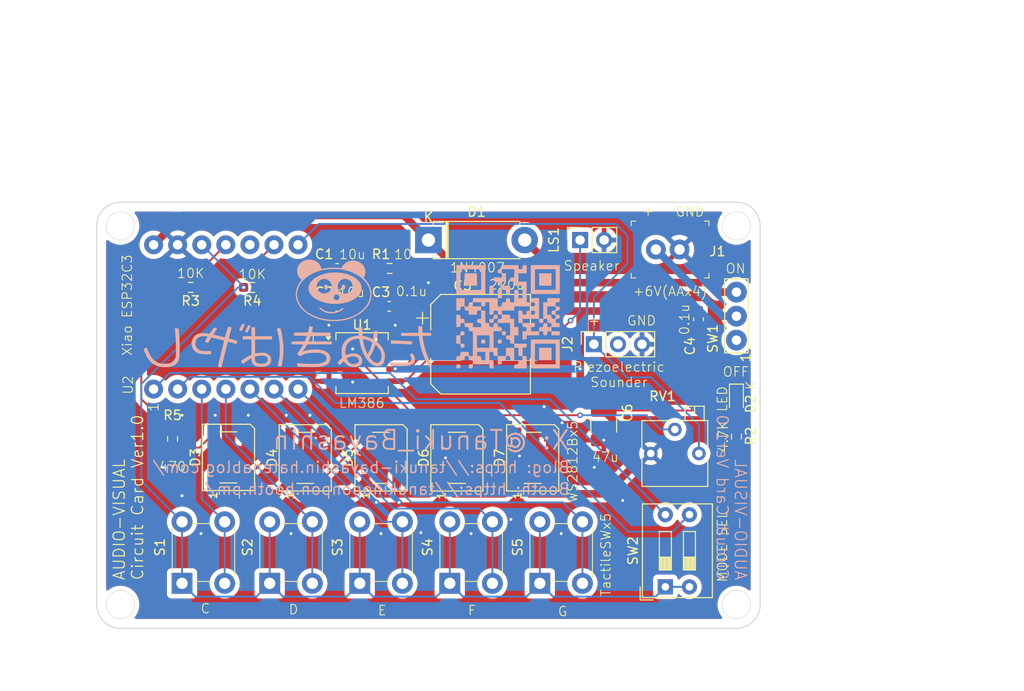
<source format=kicad_pcb>
(kicad_pcb (version 20240108) (generator "pcbnew") (generator_version "8.0")
  (layers (0 "F.Cu" signal) (31 "B.Cu" signal) (34 "B.Paste" user) (35 "F.Paste" user) (36 "B.SilkS" user "B.Silkscreen") (37 "F.SilkS" user "F.Silkscreen") (38 "B.Mask" user) (39 "F.Mask" user) (44 "Edge.Cuts" user))
  (net 0 "")
  (net 1 "Net-(C1-Pad2)")
  (net 2 "Net-(C1-Pad1)")
  (net 3 "Net-(U1-BYPASS)")
  (net 4 "GND")
  (net 5 "Net-(C3-Pad2)")
  (net 6 "Net-(C3-Pad1)")
  (net 7 "+5V")
  (net 8 "Net-(C5-Pad2)")
  (net 9 "Net-(D1-A)")
  (net 10 "Net-(D2-A)")
  (net 11 "Net-(D4-DOUT)")
  (net 12 "Net-(D5-DOUT)")
  (net 13 "Net-(D6-DOUT)")
  (net 14 "Net-(SW1-B)")
  (net 15 "output")
  (net 17 "Net-(U2-D10)")
  (net 18 "3V3")
  (net 19 "Net-(U2-D8)")
  (net 20 "Net-(U1--)")
  (net 21 "Net-(U2-D2)")
  (net 22 "Net-(U2-D3)")
  (net 23 "Net-(U2-D4)")
  (net 24 "Net-(U2-D5)")
  (net 25 "Net-(U2-D6)")
  (net 27 "Net-(U2-D0)")
  (net 28 "Net-(U2-D1)")
  (net 30 "Net-(D3-DIN)")
  (net 31 "Net-(D3-DOUT)")
  (footprint "Resistor_SMD:R_0603_1608Metric_Pad0.98x0.95mm_HandSolder" (layer "F.Cu") (at 106.4125 69 180)
    (property "Reference" "R4" (at 0 -1.43 0) (layer "F.SilkS"))
    (property "Value" "10K")
    (pad "1" smd roundrect (at -0.9125 0 180) (size 0.975 0.95) (layers "F.Cu" "F.Paste" "F.Mask") (net 19 "Net-(U2-D8)"))
    (pad "2" smd roundrect (at 0.9125 0 180) (size 0.975 0.95) (layers "F.Cu" "F.Paste" "F.Mask") (net 18 "3V3"))
  )
  (footprint "Capacitor_SMD:C_0603_1608Metric_Pad1.08x0.95mm_HandSolder" (layer "F.Cu") (at 153.5 72.3625 -90)
    (property "Reference" "C4" (at 2.8375 0.9 90) (layer "F.SilkS"))
    (property "Value" "0.1u")
    (pad "1" smd roundrect (at -0.8625 0 270) (size 1.075 0.95) (layers "F.Cu" "F.Paste" "F.Mask") (net 7 "+5V"))
    (pad "2" smd roundrect (at 0.8625 0 270) (size 1.075 0.95) (layers "F.Cu" "F.Paste" "F.Mask") (net 4 "GND"))
  )
  (footprint "Diode_THT:D_5W_P10.16mm_Horizontal" (layer "F.Cu") (at 125 64)
    (property "Reference" "D1" (at 5.08 -2.97 0) (layer "F.SilkS"))
    (property "Value" "1N4007")
    (fp_text user "K" (at 0 -2.4 0) (layer "F.SilkS"))
    (pad "1" thru_hole rect (at 0 0) (size 2.8 2.8) (drill 1.4) (layers "*.Cu" "*.Mask") (net 7 "+5V"))
    (pad "2" thru_hole oval (at 10.16 0) (size 2.8 2.8) (drill 1.4) (layers "*.Cu" "*.Mask") (net 9 "Net-(D1-A)"))
  )
  (footprint "Resistor_SMD:R_0603_1608Metric_Pad0.98x0.95mm_HandSolder" (layer "F.Cu") (at 98 85 -90)
    (property "Reference" "R5" (at -2.5 0 180) (layer "F.SilkS"))
    (property "Value" "470")
    (pad "1" smd roundrect (at -0.9125 0 270) (size 0.975 0.95) (layers "F.Cu" "F.Paste" "F.Mask") (net 17 "Net-(U2-D10)"))
    (pad "2" smd roundrect (at 0.9125 0 270) (size 0.975 0.95) (layers "F.Cu" "F.Paste" "F.Mask") (net 30 "Net-(D3-DIN)"))
  )
  (footprint "digikey-footprints:Switch_Tactile_THT_6x6mm" (layer "F.Cu") (at 108.25 100.25 90)
    (property "Reference" "S2" (at 3.81 -2.3368 90) (layer "F.SilkS"))
    (property "Value" "1825910-6")
    (pad "1" thru_hole rect (at 0 0 90) (size 2.2 2.2) (drill 1.2) (layers "*.Cu" "*.Mask") (net 18 "3V3"))
    (pad "2" thru_hole circle (at 6.5 0 90) (size 2.2 2.2) (drill 1.2) (layers "*.Cu" "*.Mask") (net 18 "3V3"))
    (pad "3" thru_hole circle (at 0 4.5 90) (size 2.2 2.2) (drill 1.2) (layers "*.Cu" "*.Mask") (net 22 "Net-(U2-D3)"))
    (pad "4" thru_hole circle (at 6.5 4.5 90) (size 2.2 2.2) (drill 1.2) (layers "*.Cu" "*.Mask") (net 22 "Net-(U2-D3)"))
  )
  (footprint "Capacitor_SMD:C_0603_1608Metric_Pad1.08x0.95mm_HandSolder" (layer "F.Cu") (at 115.3625 71)
    (property "Reference" "C2" (at -1.3625 -1.5 0) (layer "F.SilkS"))
    (property "Value" "10u")
    (pad "1" smd roundrect (at -0.8625 0) (size 1.075 0.95) (layers "F.Cu" "F.Paste" "F.Mask") (net 3 "Net-(U1-BYPASS)"))
    (pad "2" smd roundrect (at 0.8625 0) (size 1.075 0.95) (layers "F.Cu" "F.Paste" "F.Mask") (net 4 "GND"))
  )
  (footprint "LED_SMD:LED_0603_1608Metric_Pad1.05x0.95mm_HandSolder" (layer "F.Cu") (at 157.5 80.875 -90)
    (property "Reference" "D2" (at 0.425 -1.5 90) (layer "F.SilkS"))
    (property "Value" "LED")
    (pad "1" smd roundrect (at -0.875 0 270) (size 1.05 0.95) (layers "F.Cu" "F.Paste" "F.Mask") (net 4 "GND"))
    (pad "2" smd roundrect (at 0.875 0 270) (size 1.05 0.95) (layers "F.Cu" "F.Paste" "F.Mask") (net 10 "Net-(D2-A)"))
  )
  (footprint "Library:sw_slide" (layer "F.Cu") (at 157.51 74.57 90)
    (property "Reference" "SW1" (at 0.17 -2.51 90) (layer "F.SilkS"))
    (property "Value" "SW_SPDT")
    (fp_text user "1" (at -2.44 1.55 90) (layer "F.SilkS") (effects (justify left bottom)))
    (pad "1" thru_hole circle (at 0 -0.01 90) (size 2.2 2.2) (drill 1) (layers "*.Cu" "*.Mask"))
    (pad "2" thru_hole circle (at 2.53 -0.01 90) (size 2.2 2.2) (drill 1) (layers "*.Cu" "*.Mask") (net 14 "Net-(SW1-B)"))
    (pad "3" thru_hole circle (at 5.07 -0.01 90) (size 2.2 2.2) (drill 1) (layers "*.Cu" "*.Mask") (net 9 "Net-(D1-A)"))
  )
  (footprint "Capacitor_SMD:CP_Elec_10x10" (layer "F.Cu") (at 130.5 75)
    (property "Reference" "C5" (at -1.9 -6.2 0) (layer "F.SilkS"))
    (property "Value" "220u")
    (pad "1" smd roundrect (at -4 0) (size 4 2.5) (layers "F.Cu" "F.Paste" "F.Mask") (roundrect_rratio 0.1) (net 6 "Net-(C3-Pad1)"))
    (pad "2" smd roundrect (at 4 0) (size 4 2.5) (layers "F.Cu" "F.Paste" "F.Mask") (roundrect_rratio 0.1) (net 8 "Net-(C5-Pad2)"))
  )
  (footprint "LED_SMD:LED_WS2812B_PLCC4_5.0x5.0mm_P3.2mm" (layer "F.Cu") (at 103.9 86.95 90)
    (property "Reference" "D3" (at 0 -3.5 90) (layer "F.SilkS"))
    (property "Value" "WS2812B")
    (fp_text user "1" (at -4 -1.6 90) (layer "F.SilkS") (effects (font (size 0.8 0.8))))
    (pad "1" smd roundrect (at -2.45 -1.65 90) (size 1.5 0.9) (layers "F.Cu" "F.Paste" "F.Mask") (roundrect_rratio 0.1) (net 7 "+5V"))
    (pad "2" smd roundrect (at -2.45 1.65 90) (size 1.5 0.9) (layers "F.Cu" "F.Paste" "F.Mask") (roundrect_rratio 0.1) (net 31 "Net-(D3-DOUT)"))
    (pad "3" smd roundrect (at 2.45 1.65 90) (size 1.5 0.9) (layers "F.Cu" "F.Paste" "F.Mask") (roundrect_rratio 0.1) (net 4 "GND"))
    (pad "4" smd roundrect (at 2.45 -1.65 90) (size 1.5 0.9) (layers "F.Cu" "F.Paste" "F.Mask") (roundrect_rratio 0.1) (net 30 "Net-(D3-DIN)"))
  )
  (footprint "Potentiometer_THT:Potentiometer_Bourns_3266P_Horizontal" (layer "F.Cu") (at 153.54 86.54 -90)
    (property "Reference" "RV1" (at -6.04 3.84 180) (layer "F.SilkS"))
    (property "Value" "10K")
    (pad "1" thru_hole circle (at 0 0 270) (size 1.44 1.44) (drill 0.8) (layers "*.Cu" "*.Mask") (net 15 "output"))
    (pad "2" thru_hole circle (at -2.54 2.54 270) (size 1.44 1.44) (drill 0.8) (layers "*.Cu" "*.Mask") (net 20 "Net-(U1--)"))
    (pad "3" thru_hole circle (at 0 5.08 270) (size 1.44 1.44) (drill 0.8) (layers "*.Cu" "*.Mask") (net 4 "GND"))
  )
  (footprint "Capacitor_SMD:C_0603_1608Metric_Pad1.08x0.95mm_HandSolder" (layer "F.Cu") (at 120.8625 71 180)
    (property "Reference" "C3" (at 0.8625 1.5 0) (layer "F.SilkS"))
    (property "Value" "0.1u")
    (pad "1" smd roundrect (at -0.8625 0 180) (size 1.075 0.95) (layers "F.Cu" "F.Paste" "F.Mask") (net 6 "Net-(C3-Pad1)"))
    (pad "2" smd roundrect (at 0.8625 0 180) (size 1.075 0.95) (layers "F.Cu" "F.Paste" "F.Mask") (net 5 "Net-(C3-Pad2)"))
  )
  (footprint "digikey-footprints:Switch_Tactile_THT_6x6mm" (layer "F.Cu") (at 117.75 100.25 90)
    (property "Reference" "S3" (at 3.81 -2.3368 90) (layer "F.SilkS"))
    (property "Value" "1825910-6")
    (pad "1" thru_hole rect (at 0 0 90) (size 2.2 2.2) (drill 1.2) (layers "*.Cu" "*.Mask") (net 18 "3V3"))
    (pad "2" thru_hole circle (at 6.5 0 90) (size 2.2 2.2) (drill 1.2) (layers "*.Cu" "*.Mask") (net 18 "3V3"))
    (pad "3" thru_hole circle (at 0 4.5 90) (size 2.2 2.2) (drill 1.2) (layers "*.Cu" "*.Mask") (net 23 "Net-(U2-D4)"))
    (pad "4" thru_hole circle (at 6.5 4.5 90) (size 2.2 2.2) (drill 1.2) (layers "*.Cu" "*.Mask") (net 23 "Net-(U2-D4)"))
  )
  (footprint "Capacitor_SMD:C_1210_3225Metric_Pad1.33x2.70mm_HandSolder" (layer "F.Cu") (at 143.5 83.5625 -90)
    (property "Reference" "C6" (at -1.3125 -2.5 90) (layer "F.SilkS"))
    (property "Value" "47u")
    (pad "1" smd roundrect (at -1.5625 0 270) (size 1.325 2.7) (layers "F.Cu" "F.Paste" "F.Mask") (roundrect_rratio 0.188679) (net 7 "+5V"))
    (pad "2" smd roundrect (at 1.5625 0 270) (size 1.325 2.7) (layers "F.Cu" "F.Paste" "F.Mask") (roundrect_rratio 0.188679) (net 4 "GND"))
  )
  (footprint "digikey-footprints:Switch_Tactile_THT_6x6mm" (layer "F.Cu") (at 99 100.25 90)
    (property "Reference" "S1" (at 3.81 -2.3368 90) (layer "F.SilkS"))
    (property "Value" "1825910-6")
    (pad "1" thru_hole rect (at 0 0 90) (size 2.2 2.2) (drill 1.2) (layers "*.Cu" "*.Mask") (net 18 "3V3"))
    (pad "2" thru_hole circle (at 6.5 0 90) (size 2.2 2.2) (drill 1.2) (layers "*.Cu" "*.Mask") (net 18 "3V3"))
    (pad "3" thru_hole circle (at 0 4.5 90) (size 2.2 2.2) (drill 1.2) (layers "*.Cu" "*.Mask") (net 21 "Net-(U2-D2)"))
    (pad "4" thru_hole circle (at 6.5 4.5 90) (size 2.2 2.2) (drill 1.2) (layers "*.Cu" "*.Mask") (net 21 "Net-(U2-D2)"))
  )
  (footprint "LED_SMD:LED_WS2812B_PLCC4_5.0x5.0mm_P3.2mm" (layer "F.Cu") (at 128 87 90)
    (property "Reference" "D6" (at 0 -3.5 90) (layer "F.SilkS"))
    (property "Value" "WS2812B")
    (fp_text user "1" (at -4 -1.6 90) (layer "F.SilkS") (effects (font (size 0.8 0.8))))
    (pad "1" smd roundrect (at -2.45 -1.65 90) (size 1.5 0.9) (layers "F.Cu" "F.Paste" "F.Mask") (roundrect_rratio 0.1) (net 7 "+5V"))
    (pad "2" smd roundrect (at -2.45 1.65 90) (size 1.5 0.9) (layers "F.Cu" "F.Paste" "F.Mask") (roundrect_rratio 0.1) (net 13 "Net-(D6-DOUT)"))
    (pad "3" smd roundrect (at 2.45 1.65 90) (size 1.5 0.9) (layers "F.Cu" "F.Paste" "F.Mask") (roundrect_rratio 0.1) (net 4 "GND"))
    (pad "4" smd roundrect (at 2.45 -1.65 90) (size 1.5 0.9) (layers "F.Cu" "F.Paste" "F.Mask") (roundrect_rratio 0.1) (net 12 "Net-(D5-DOUT)"))
  )
  (footprint "Resistor_SMD:R_0603_1608Metric_Pad0.98x0.95mm_HandSolder" (layer "F.Cu") (at 120.9125 67 180)
    (property "Reference" "R1" (at 0.9125 1.5 0) (layer "F.SilkS"))
    (property "Value" "10")
    (pad "1" smd roundrect (at -0.9125 0 180) (size 0.975 0.95) (layers "F.Cu" "F.Paste" "F.Mask") (net 5 "Net-(C3-Pad2)"))
    (pad "2" smd roundrect (at 0.9125 0 180) (size 0.975 0.95) (layers "F.Cu" "F.Paste" "F.Mask") (net 4 "GND"))
  )
  (footprint "Capacitor_SMD:C_0603_1608Metric_Pad1.08x0.95mm_HandSolder" (layer "F.Cu") (at 115.3625 67)
    (property "Reference" "C1" (at -1.3625 -1.5 0) (layer "F.SilkS"))
    (property "Value" "10u")
    (pad "1" smd roundrect (at -0.8625 0) (size 1.075 0.95) (layers "F.Cu" "F.Paste" "F.Mask") (net 2 "Net-(C1-Pad1)"))
    (pad "2" smd roundrect (at 0.8625 0) (size 1.075 0.95) (layers "F.Cu" "F.Paste" "F.Mask") (net 1 "Net-(C1-Pad2)"))
  )
  (footprint "Connector_PinSocket_2.54mm:PinSocket_1x03_P2.54mm_Vertical" (layer "F.Cu") (at 142.46 75 90)
    (property "Reference" "J2" (at 0 -2.77 90) (layer "F.SilkS"))
    (property "Value" "Conn_01x03_Socket")
    (pad "1" thru_hole rect (at 0 0 90) (size 1.7 1.7) (drill 1) (layers "*.Cu" "*.Mask") (net 15 "output"))
    (pad "2" thru_hole oval (at 0 2.54 90) (size 1.7 1.7) (drill 1) (layers "*.Cu" "*.Mask"))
    (pad "3" thru_hole oval (at 0 5.08 90) (size 1.7 1.7) (drill 1) (layers "*.Cu" "*.Mask") (net 4 "GND"))
  )
  (footprint "digikey-footprints:PinHeader_1x2_P2.5mm_Drill1.1mm" (layer "F.Cu") (at 149 65)
    (property "Reference" "J1" (at 6.5 0.2 0) (layer "F.SilkS"))
    (property "Value" "B2B-XH-A_LF__SN_")
    (pad "1" thru_hole circle (at 0 0) (size 2.1 2.1) (drill 1.1) (layers "*.Cu" "*.Mask") (net 14 "Net-(SW1-B)"))
    (pad "2" thru_hole circle (at 2.5 0) (size 2.1 2.1) (drill 1.1) (layers "*.Cu" "*.Mask") (net 4 "GND"))
  )
  (footprint "LED_SMD:LED_WS2812B_PLCC4_5.0x5.0mm_P3.2mm" (layer "F.Cu") (at 120 87 90)
    (property "Reference" "D5" (at 0 -3.5 90) (layer "F.SilkS"))
    (property "Value" "WS2812B")
    (fp_text user "1" (at -4 -1.6 90) (layer "F.SilkS") (effects (font (size 0.8 0.8))))
    (pad "1" smd roundrect (at -2.45 -1.65 90) (size 1.5 0.9) (layers "F.Cu" "F.Paste" "F.Mask") (roundrect_rratio 0.1) (net 7 "+5V"))
    (pad "2" smd roundrect (at -2.45 1.65 90) (size 1.5 0.9) (layers "F.Cu" "F.Paste" "F.Mask") (roundrect_rratio 0.1) (net 12 "Net-(D5-DOUT)"))
    (pad "3" smd roundrect (at 2.45 1.65 90) (size 1.5 0.9) (layers "F.Cu" "F.Paste" "F.Mask") (roundrect_rratio 0.1) (net 4 "GND"))
    (pad "4" smd roundrect (at 2.45 -1.65 90) (size 1.5 0.9) (layers "F.Cu" "F.Paste" "F.Mask") (roundrect_rratio 0.1) (net 11 "Net-(D4-DOUT)"))
  )
  (footprint "digikey-footprints:Switch_Tactile_THT_6x6mm" (layer "F.Cu") (at 127.25 100.25 90)
    (property "Reference" "S4" (at 3.81 -2.3368 90) (layer "F.SilkS"))
    (property "Value" "1825910-6")
    (pad "1" thru_hole rect (at 0 0 90) (size 2.2 2.2) (drill 1.2) (layers "*.Cu" "*.Mask") (net 18 "3V3"))
    (pad "2" thru_hole circle (at 6.5 0 90) (size 2.2 2.2) (drill 1.2) (layers "*.Cu" "*.Mask") (net 18 "3V3"))
    (pad "3" thru_hole circle (at 0 4.5 90) (size 2.2 2.2) (drill 1.2) (layers "*.Cu" "*.Mask") (net 24 "Net-(U2-D5)"))
    (pad "4" thru_hole circle (at 6.5 4.5 90) (size 2.2 2.2) (drill 1.2) (layers "*.Cu" "*.Mask") (net 24 "Net-(U2-D5)"))
  )
  (footprint "Resistor_SMD:R_0603_1608Metric_Pad0.98x0.95mm_HandSolder" (layer "F.Cu") (at 99.9125 69 180)
    (property "Reference" "R3" (at 0 -1.43 0) (layer "F.SilkS"))
    (property "Value" "10K")
    (pad "1" smd roundrect (at -0.9125 0 180) (size 0.975 0.95) (layers "F.Cu" "F.Paste" "F.Mask") (net 17 "Net-(U2-D10)"))
    (pad "2" smd roundrect (at 0.9125 0 180) (size 0.975 0.95) (layers "F.Cu" "F.Paste" "F.Mask") (net 4 "GND"))
  )
  (footprint "Resistor_SMD:R_0603_1608Metric_Pad0.98x0.95mm_HandSolder" (layer "F.Cu") (at 157.5 84.75 90)
    (property "Reference" "R2" (at 0.05 1.5 90) (layer "F.SilkS"))
    (property "Value" "4.7K")
    (pad "1" smd roundrect (at -0.9125 0 90) (size 0.975 0.95) (layers "F.Cu" "F.Paste" "F.Mask") (net 7 "+5V"))
    (pad "2" smd roundrect (at 0.9125 0 90) (size 0.975 0.95) (layers "F.Cu" "F.Paste" "F.Mask") (net 10 "Net-(D2-A)"))
  )
  (footprint "Package_SO:SO-8_5.3x6.2mm_P1.27mm" (layer "F.Cu") (at 118 77)
    (property "Reference" "U1" (at 0 -4.05 0) (layer "F.SilkS"))
    (property "Value" "LM386")
    (pad "1" smd roundrect (at -3.5 -1.905) (size 1.9 0.6) (layers "F.Cu" "F.Paste" "F.Mask") (net 2 "Net-(C1-Pad1)"))
    (pad "2" smd roundrect (at -3.5 -0.635) (size 1.9 0.6) (layers "F.Cu" "F.Paste" "F.Mask") (net 20 "Net-(U1--)"))
    (pad "3" smd roundrect (at -3.5 0.635) (size 1.9 0.6) (layers "F.Cu" "F.Paste" "F.Mask") (net 4 "GND"))
    (pad "4" smd roundrect (at -3.5 1.905) (size 1.9 0.6) (layers "F.Cu" "F.Paste" "F.Mask") (net 4 "GND"))
    (pad "5" smd roundrect (at 3.5 1.905) (size 1.9 0.6) (layers "F.Cu" "F.Paste" "F.Mask") (net 6 "Net-(C3-Pad1)"))
    (pad "6" smd roundrect (at 3.5 0.635) (size 1.9 0.6) (layers "F.Cu" "F.Paste" "F.Mask") (net 7 "+5V"))
    (pad "7" smd roundrect (at 3.5 -0.635) (size 1.9 0.6) (layers "F.Cu" "F.Paste" "F.Mask") (net 3 "Net-(U1-BYPASS)"))
    (pad "8" smd roundrect (at 3.5 -1.905) (size 1.9 0.6) (layers "F.Cu" "F.Paste" "F.Mask") (net 1 "Net-(C1-Pad2)"))
  )
  (footprint "LED_SMD:LED_WS2812B_PLCC4_5.0x5.0mm_P3.2mm" (layer "F.Cu") (at 136 87 90)
    (property "Reference" "D7" (at 0 -3.5 90) (layer "F.SilkS"))
    (property "Value" "WS2812B")
    (fp_text user "1" (at -4 -1.6 90) (layer "F.SilkS") (effects (font (size 0.8 0.8))))
    (pad "1" smd roundrect (at -2.45 -1.65 90) (size 1.5 0.9) (layers "F.Cu" "F.Paste" "F.Mask") (roundrect_rratio 0.1) (net 7 "+5V"))
    (pad "2" smd roundrect (at -2.45 1.65 90) (size 1.5 0.9) (layers "F.Cu" "F.Paste" "F.Mask") (roundrect_rratio 0.1))
    (pad "3" smd roundrect (at 2.45 1.65 90) (size 1.5 0.9) (layers "F.Cu" "F.Paste" "F.Mask") (roundrect_rratio 0.1) (net 4 "GND"))
    (pad "4" smd roundrect (at 2.45 -1.65 90) (size 1.5 0.9) (layers "F.Cu" "F.Paste" "F.Mask") (roundrect_rratio 0.1) (net 13 "Net-(D6-DOUT)"))
  )
  (footprint "LED_SMD:LED_WS2812B_PLCC4_5.0x5.0mm_P3.2mm" (layer "F.Cu") (at 112 87 90)
    (property "Reference" "D4" (at 0 -3.5 90) (layer "F.SilkS"))
    (property "Value" "WS2812B")
    (fp_text user "1" (at -4 -1.6 90) (layer "F.SilkS") (effects (font (size 0.8 0.8))))
    (pad "1" smd roundrect (at -2.45 -1.65 90) (size 1.5 0.9) (layers "F.Cu" "F.Paste" "F.Mask") (roundrect_rratio 0.1) (net 7 "+5V"))
    (pad "2" smd roundrect (at -2.45 1.65 90) (size 1.5 0.9) (layers "F.Cu" "F.Paste" "F.Mask") (roundrect_rratio 0.1) (net 11 "Net-(D4-DOUT)"))
    (pad "3" smd roundrect (at 2.45 1.65 90) (size 1.5 0.9) (layers "F.Cu" "F.Paste" "F.Mask") (roundrect_rratio 0.1) (net 4 "GND"))
    (pad "4" smd roundrect (at 2.45 -1.65 90) (size 1.5 0.9) (layers "F.Cu" "F.Paste" "F.Mask") (roundrect_rratio 0.1) (net 31 "Net-(D3-DOUT)"))
  )
  (footprint "Button_Switch_THT:SW_DIP_SPSTx02_Slide_9.78x7.26mm_W7.62mm_P2.54mm" (layer "F.Cu") (at 150 100.62 90)
    (property "Reference" "SW2" (at 3.81 -3.42 90) (layer "F.SilkS"))
    (property "Value" "SW_DIP_x02")
    (pad "1" thru_hole rect (at 0 0 90) (size 1.6 1.6) (drill 0.8) (layers "*.Cu" "*.Mask") (net 18 "3V3"))
    (pad "2" thru_hole oval (at 0 2.54 90) (size 1.6 1.6) (drill 0.8) (layers "*.Cu" "*.Mask") (net 18 "3V3"))
    (pad "3" thru_hole oval (at 7.62 2.54 90) (size 1.6 1.6) (drill 0.8) (layers "*.Cu" "*.Mask") (net 28 "Net-(U2-D1)"))
    (pad "4" thru_hole oval (at 7.62 0 90) (size 1.6 1.6) (drill 0.8) (layers "*.Cu" "*.Mask") (net 27 "Net-(U2-D0)"))
  )
  (footprint "digikey-footprints:Switch_Tactile_THT_6x6mm" (layer "F.Cu") (at 136.75 100.25 90)
    (property "Reference" "S5" (at 3.81 -2.3368 90) (layer "F.SilkS"))
    (property "Value" "1825910-6")
    (pad "1" thru_hole rect (at 0 0 90) (size 2.2 2.2) (drill 1.2) (layers "*.Cu" "*.Mask") (net 18 "3V3"))
    (pad "2" thru_hole circle (at 6.5 0 90) (size 2.2 2.2) (drill 1.2) (layers "*.Cu" "*.Mask") (net 18 "3V3"))
    (pad "3" thru_hole circle (at 0 4.5 90) (size 2.2 2.2) (drill 1.2) (layers "*.Cu" "*.Mask") (net 25 "Net-(U2-D6)"))
    (pad "4" thru_hole circle (at 6.5 4.5 90) (size 2.2 2.2) (drill 1.2) (layers "*.Cu" "*.Mask") (net 25 "Net-(U2-D6)"))
  )
  (footprint "Connector_PinSocket_2.54mm:PinSocket_1x02_P2.54mm_Vertical" (layer "F.Cu") (at 141 64 90)
    (property "Reference" "LS1" (at 0 -2.77 90) (layer "F.SilkS"))
    (property "Value" "Speaker")
    (pad "1" thru_hole rect (at 0 0 90) (size 1.7 1.7) (drill 1) (layers "*.Cu" "*.Mask") (net 8 "Net-(C5-Pad2)"))
    (pad "2" thru_hole oval (at 0 2.54 90) (size 1.7 1.7) (drill 1) (layers "*.Cu" "*.Mask") (net 4 "GND"))
  )
  (footprint "Library:xiaoEsp32C3" (layer "F.Cu") (at 103.62 72.12 90)
    (property "Reference" "U2" (at -7.18 -10.32 90) (layer "F.SilkS") (effects (font (thickness 0.1))))
    (property "Value" "~")
    (pad "1" thru_hole circle (at -7.62 -7.62 90) (size 2 2) (drill 1) (layers "*.Cu" "*.Mask") (net 27 "Net-(U2-D0)"))
    (pad "2" thru_hole circle (at -7.62 -5.08 90) (size 2 2) (drill 1) (layers "*.Cu" "*.Mask") (net 28 "Net-(U2-D1)"))
    (pad "3" thru_hole circle (at -7.62 -2.54 90) (size 2 2) (drill 1) (layers "*.Cu" "*.Mask") (net 21 "Net-(U2-D2)"))
    (pad "4" thru_hole circle (at -7.62 0 90) (size 2 2) (drill 1) (layers "*.Cu" "*.Mask") (net 22 "Net-(U2-D3)"))
    (pad "5" thru_hole circle (at -7.62 2.54 90) (size 2 2) (drill 1) (layers "*.Cu" "*.Mask") (net 23 "Net-(U2-D4)"))
    (pad "6" thru_hole circle (at -7.62 5.08 90) (size 2 2) (drill 1) (layers "*.Cu" "*.Mask") (net 24 "Net-(U2-D5)"))
    (pad "7" thru_hole circle (at -7.62 7.62 90) (size 2 2) (drill 1) (layers "*.Cu" "*.Mask") (net 25 "Net-(U2-D6)"))
    (pad "8" thru_hole circle (at 7.62 7.62 90) (size 2 2) (drill 1) (layers "*.Cu" "*.Mask") (net 15 "output"))
    (pad "9" thru_hole circle (at 7.62 5.08 90) (size 2 2) (drill 1) (layers "*.Cu" "*.Mask") (net 19 "Net-(U2-D8)"))
    (pad "10" thru_hole circle (at 7.62 2.54 90) (size 2 2) (drill 1) (layers "*.Cu" "*.Mask"))
    (pad "11" thru_hole circle (at 7.62 0 90) (size 2 2) (drill 1) (layers "*.Cu" "*.Mask") (net 17 "Net-(U2-D10)"))
    (pad "12" thru_hole circle (at 7.62 -2.54 90) (size 2 2) (drill 1) (layers "*.Cu" "*.Mask") (net 18 "3V3"))
    (pad "13" thru_hole circle (at 7.62 -5.08 90) (size 2 2) (drill 1) (layers "*.Cu" "*.Mask") (net 4 "GND"))
    (pad "14" thru_hole circle (at 7.62 -7.62 90) (size 2 2) (drill 1) (layers "*.Cu" "*.Mask") (net 7 "+5V"))
  )
  (footprint "LOGO" (layer "B.Cu") (at 115 69.3 180)
    (property "Reference" "G***" (hide yes))
    (property "Value" "LOGO" (hide yes))
  )
  (footprint "LOGO" (layer "B.Cu") (at 133.4 72.1 180)
    (property "Reference" "G***" (hide yes))
    (property "Value" "LOGO" (hide yes))
  )
  (footprint "LOGO" (layer "B.Cu") (at 110.5 75.3 180)
    (property "Reference" "G***" (hide yes))
    (property "Value" "LOGO" (hide yes))
  )
  (gr_arc (start 160 102.5) (mid 159.267767 104.267767) (end 157.5 105) (stroke (width 0.1)) (layer "Edge.Cuts"))
  (gr_line (start 90 62.5) (end 90 102.5) (stroke (width 0.1)) (layer "Edge.Cuts"))
  (gr_circle (center 157.5 102.5) (end 159 102.5) (stroke (width 0.05)) (fill none) (layer "Edge.Cuts"))
  (gr_line (start 160 102.5) (end 160 62.5) (stroke (width 0.1)) (layer "Edge.Cuts"))
  (gr_circle (center 92.5 62.5) (end 94 62.5) (stroke (width 0.05)) (fill none) (layer "Edge.Cuts"))
  (gr_arc (start 92.5 105) (mid 90.732233 104.267767) (end 90 102.5) (stroke (width 0.1)) (layer "Edge.Cuts"))
  (gr_circle (center 157.5 62.5) (end 159 62.5) (stroke (width 0.05)) (fill none) (layer "Edge.Cuts"))
  (gr_arc (start 157.5 60) (mid 159.267767 60.732233) (end 160 62.5) (stroke (width 0.1)) (layer "Edge.Cuts"))
  (gr_line (start 157.5 60) (end 92.5 60) (stroke (width 0.1)) (layer "Edge.Cuts"))
  (gr_line (start 92.5 105) (end 157.5 105) (stroke (width 0.1)) (layer "Edge.Cuts"))
  (gr_circle (center 92.5 102.5) (end 94 102.5) (stroke (width 0.05)) (fill none) (layer "Edge.Cuts"))
  (gr_arc (start 90 62.5) (mid 90.732233 60.732233) (end 92.5 60) (stroke (width 0.1)) (layer "Edge.Cuts"))
  (gr_text "AUDIO-VISUAL\nCircuit Card Ver1.0" (at 155.3 100 -90) (layer "B.SilkS") (effects (font (size 1.2 1.2) (thickness 0.12)) (justify left bottom mirror)))
  (gr_text "X: @Tanuki_Bayashin" (at 140 86.3 0) (layer "B.SilkS") (effects (font (size 2 2) (thickness 0.2)) (justify left bottom mirror)))
  (gr_text "Booth: https://tanukinoponpon.booth.pm/" (at 140 91 0) (layer "B.SilkS") (effects (font (size 1.2 1.2)) (justify left bottom mirror)))
  (gr_text "Blog: https://tanuki-bayashin.hatenablog.com/" (at 140 88.7 0) (layer "B.SilkS") (effects (font (size 1.2 1.2)) (justify left bottom mirror)))
  (gr_text "10" (at 121.3 66.1 0) (layer "F.SilkS") (effects (font (size 1 1) (thickness 0.1)) (justify left bottom)))
  (gr_text "C" (at 100.9 103.5 0) (layer "F.SilkS") (effects (font (size 1 1) (thickness 0.1)) (justify left bottom)))
  (gr_text "Xiao ESP32C3" (at 93.8 76.3 90) (layer "F.SilkS") (effects (font (size 1 1) (thickness 0.1)) (justify left bottom)))
  (gr_text "LM386" (at 115.5 81.8 0) (layer "F.SilkS") (effects (font (size 1 1) (thickness 0.1)) (justify left bottom)))
  (gr_text "K" (at 159.6 79.9 90) (layer "F.SilkS") (effects (font (size 1 1) (thickness 0.1)) (justify left bottom)))
  (gr_text "D" (at 110.2 103.6 0) (layer "F.SilkS") (effects (font (size 1 1) (thickness 0.1)) (justify left bottom)))
  (gr_text "TactileSWx5" (at 144.3 101.7 90) (layer "F.SilkS") (effects (font (size 1 1) (thickness 0.1)) (justify left bottom)))
  (gr_text "GND" (at 151 61.6 0) (layer "F.SilkS") (effects (font (size 1 1) (thickness 0.1)) (justify left bottom)))
  (gr_text "LED" (at 156.6 82.2 90) (layer "F.SilkS") (effects (font (size 1 1) (thickness 0.1)) (justify left bottom)))
  (gr_text "10u" (at 115.5 66.1 0) (layer "F.SilkS") (effects (font (size 1 1) (thickness 0.1)) (justify left bottom)))
  (gr_text "F" (at 129.1 103.7 0) (layer "F.SilkS") (effects (font (size 1 1) (thickness 0.1)) (justify left bottom)))
  (gr_text "G" (at 138.6 103.8 0) (layer "F.SilkS") (effects (font (size 1 1) (thickness 0.1)) (justify left bottom)))
  (gr_text "Speaker" (at 139.2 67.3 0) (layer "F.SilkS") (effects (font (size 1 1) (thickness 0.1)) (justify left bottom)))
  (gr_text "10u" (at 115.4 70.1 0) (layer "F.SilkS") (effects (font (size 1 1) (thickness 0.1)) (justify left bottom)))
  (gr_text "GND" (at 145.9 73.1 0) (layer "F.SilkS") (effects (font (size 1 1) (thickness 0.1)) (justify left bottom)))
  (gr_text "OFF" (at 156 78.5 0) (layer "F.SilkS") (effects (font (size 1 1) (thickness 0.1)) (justify left bottom)))
  (gr_text "10K" (at 104.9 68.2 0) (layer "F.SilkS") (effects (font (size 1 1) (thickness 0.1)) (justify left bottom)))
  (gr_text "1" (at 96.6 82.2 90) (layer "F.SilkS") (effects (font (size 1 1) (thickness 0.1)) (justify left bottom)))
  (gr_text "Piezoelectric\nSounder" (at 145.1 79.6 0) (layer "F.SilkS") (effects (font (size 1 1) (thickness 0.1)) (justify bottom)))
  (gr_text "1N4007" (at 127.2 67.5 0) (layer "F.SilkS") (effects (font (size 1 1) (thickness 0.1)) (justify left bottom)))
  (gr_text "+6V(AAx4)" (at 146.5 70 0) (layer "F.SilkS") (effects (font (size 1 1) (thickness 0.1)) (justify left bottom)))
  (gr_text "47u" (at 142.2 87.5 0) (layer "F.SilkS") (effects (font (size 1 1) (thickness 0.1)) (justify left bottom)))
  (gr_text "10K" (at 98.4 68.1 0) (layer "F.SilkS") (effects (font (size 1 1) (thickness 0.1)) (justify left bottom)))
  (gr_text "220u" (at 131.3 69.3 0) (layer "F.SilkS") (effects (font (size 1 1) (thickness 0.1)) (justify left bottom)))
  (gr_text "E" (at 119.6 103.7 0) (layer "F.SilkS") (effects (font (size 1 1) (thickness 0.1)) (justify left bottom)))
  (gr_text "+" (at 141.8 73.1 0) (layer "F.SilkS") (effects (font (size 1 1) (thickness 0.1)) (justify left bottom)))
  (gr_text "WS2812Bx5" (at 140.8 91.8 90) (layer "F.SilkS") (effects (font (size 1 1) (thickness 0.1)) (justify left bottom)))
  (gr_text "ON" (at 156.3 67.6 0) (layer "F.SilkS") (effects (font (size 1 1) (thickness 0.1)) (justify left bottom)))
  (gr_text "+" (at 147.5 61.5 0) (layer "F.SilkS") (effects (font (size 1 1) (thickness 0.1)) (justify left bottom)))
  (gr_text "4.7K" (at 156.7 86.5 90) (layer "F.SilkS") (effects (font (size 1 1) (thickness 0.1)) (justify left bottom)))
  (gr_text "470" (at 96.5 88.5 0) (layer "F.SilkS") (effects (font (size 1 1) (thickness 0.1)) (justify left bottom)))
  (gr_text "0.1u" (at 121.5 70 0) (layer "F.SilkS") (effects (font (size 1 1) (thickness 0.1)) (justify left bottom)))
  (gr_text "0.1u" (at 152.6 74.1 90) (layer "F.SilkS") (effects (font (size 1 1) (thickness 0.1)) (justify left bottom)))
  (gr_text "AUDIO-VISUAL\nCircuit Card Ver1.0" (at 95 100 90) (layer "F.SilkS") (effects (font (size 1.2 1.2) (thickness 0.12)) (justify left bottom)))
  (gr_text "MODE SEL" (at 156.6 100.2 90) (layer "F.SilkS") (effects (font (size 1 1) (thickness 0.1)) (justify left bottom)))
  (gr_text "1" (at 112.3 74.9 0) (layer "F.SilkS") (effects (font (size 1 1) (thickness 0.1)) (justify left bottom)))
  (segment (start 117.0625 67.8375) (end 117.0625 70.6575) (width 0.2) (layer "F.Cu") (net 1))
  (segment (start 116.225 67) (end 117.0625 67.8375) (width 0.2) (layer "F.Cu") (net 1))
  (segment (start 117.0625 70.6575) (end 121.5 75.095) (width 0.2) (layer "F.Cu") (net 1))
  (segment (start 114.5 67) (end 114 67) (width 0.2) (layer "F.Cu") (net 2))
  (segment (start 114 67) (end 112.7 68.3) (width 0.2) (layer "F.Cu") (net 2))
  (segment (start 112.7 73.295) (end 114.5 75.095) (width 0.2) (layer "F.Cu") (net 2))
  (segment (start 112.7 68.3) (end 112.7 73.295) (width 0.2) (layer "F.Cu") (net 2))
  (segment (start 114.5 71) (end 114.5 72) (width 0.2) (layer "F.Cu") (net 3))
  (segment (start 118.865 76.365) (end 121.5 76.365) (width 0.2) (layer "F.Cu") (net 3))
  (segment (start 114.5 72) (end 118.865 76.365) (width 0.2) (layer "F.Cu") (net 3))
  (via (at 139 95) (size 0.6) (drill 0.3) (layers "F.Cu" "B.Cu") (net 4))
  (via (at 143.5 85.125) (size 0.6) (drill 0.3) (layers "F.Cu" "B.Cu") (net 4))
  (via (at 120 95) (size 0.6) (drill 0.3) (layers "F.Cu" "B.Cu") (net 4))
  (via (at 114.5 73) (size 0.6) (drill 0.3) (layers "F.Cu" "B.Cu") (net 4))
  (via (at 119.5 74.5) (size 0.6) (drill 0.3) (layers "F.Cu" "B.Cu") (net 4))
  (via (at 126.8 87) (size 0.6) (drill 0.3) (layers "F.Cu" "B.Cu") (net 4))
  (via (at 124.2 94.9) (size 0.6) (drill 0.3) (layers "F.Cu" "B.Cu") (net 4))
  (via (at 110 82.5) (size 0.6) (drill 0.3) (layers "F.Cu" "B.Cu") (net 4))
  (via (at 121.9 91.7) (size 0.6) (drill 0.3) (layers "F.Cu" "B.Cu") (net 4))
  (via (at 145.5 91.5) (size 0.6) (drill 0.3) (layers "F.Cu" "B.Cu") (net 4))
  (via (at 129.5 95) (size 0.6) (drill 0.3) (layers "F.Cu" "B.Cu") (net 4))
  (via (at 142.5 88) (size 0.6) (drill 0.3) (layers "F.Cu" "B.Cu") (net 4))
  (via (at 99 91) (size 0.6) (drill 0.3) (layers "F.Cu" "B.Cu") (net 4))
  (via (at 102.5 82.5) (size 0.6) (drill 0.3) (layers "F.Cu" "B.Cu") (net 4))
  (via (at 139.1 83.3) (size 0.6) (drill 0.3) (layers "F.Cu" "B.Cu") (net 4))
  (via (at 133.7 93.5) (size 0.6) (drill 0.3) (layers "F.Cu" "B.Cu") (net 4))
  (via (at 110.5 95) (size 0.6) (drill 0.3) (layers "F.Cu" "B.Cu") (net 4))
  (via (at 134.6 86.8) (size 0.6) (drill 0.3) (layers "F.Cu" "B.Cu") (net 4))
  (via (at 112.5 82.5) (size 0.6) (drill 0.3) (layers "F.Cu" "B.Cu") (net 4))
  (via (at 101 95) (size 0.6) (drill 0.3) (layers "F.Cu" "B.Cu") (net 4))
  (via (at 121.5 73) (size 0.6) (drill 0.3) (layers "F.Cu" "B.Cu") (net 4))
  (via (at 99 82.5) (size 0.6) (drill 0.3) (layers "F.Cu" "B.Cu") (net 4))
  (via (at 97 88) (size 0.6) (drill 0.3) (layers "F.Cu" "B.Cu") (net 4))
  (via (at 117 79) (size 0.6) (drill 0.3) (layers "F.Cu" "B.Cu") (net 4))
  (via (at 137.2 81.6) (size 0.6) (drill 0.3) (layers "F.Cu" "B.Cu") (net 4))
  (via (at 125 68.5) (size 0.6) (drill 0.3) (layers "F.Cu" "B.Cu") (net 4))
  (via (at 119.5 91.7) (size 0.6) (drill 0.3) (layers "F.Cu" "B.Cu") (net 4))
  (via (at 106 82.5) (size 0.6) (drill 0.3) (layers "F.Cu" "B.Cu") (net 4))
  (via (at 117 75.5) (size 0.6) (drill 0.3) (layers "F.Cu" "B.Cu") (net 4))
  (segment (start 121.825 69.175) (end 120 71) (width 0.2) (layer "F.Cu") (net 5))
  (segment (start 121.825 67) (end 121.825 69.175) (width 0.2) (layer "F.Cu") (net 5))
  (segment (start 122.5 71) (end 121.725 71) (width 0.2) (layer "F.Cu") (net 6))
  (segment (start 121.5 78.905) (end 122.595 78.905) (width 0.2) (layer "F.Cu") (net 6))
  (segment (start 126.5 75) (end 122.5 71) (width 0.2) (layer "F.Cu") (net 6))
  (segment (start 122.595 78.905) (end 126.5 75) (width 0.2) (layer "F.Cu") (net 6))
  (segment (start 103.6 90.75) (end 109.05 90.75) (width 0.8) (layer "F.Cu") (net 7))
  (segment (start 119.7 90.8) (end 125 90.8) (width 0.8) (layer "F.Cu") (net 7))
  (segment (start 122.4 61.4) (end 125 64) (width 0.8) (layer "F.Cu") (net 7))
  (segment (start 141.01 79.51) (end 141.01 79.5) (width 0.8) (layer "F.Cu") (net 7))
  (segment (start 96 64.5) (end 99.1 61.4) (width 0.8) (layer "F.Cu") (net 7))
  (segment (start 146.5 85) (end 143.5 82) (width 0.8) (layer "F.Cu") (net 7))
  (segment (start 143.7 90.8) (end 146.5 88) (width 0.8) (layer "F.Cu") (net 7))
  (segment (start 141.01 71.51) (end 141 71.5) (width 0.8) (layer "F.Cu") (net 7))
  (segment (start 157.5 85.6625) (end 153.8375 82) (width 0.2) (layer "F.Cu") (net 7))
  (segment (start 146.5 88) (end 146.5 85) (width 0.8) (layer "F.Cu") (net 7))
  (segment (start 141 71.5) (end 153.5 71.5) (width 0.8) (layer "F.Cu") (net 7))
  (segment (start 134.35 89.45) (end 135.7 90.8) (width 0.8) (layer "F.Cu") (net 7))
  (segment (start 153.8375 82) (end 143.5 82) (width 0.2) (layer "F.Cu") (net 7))
  (segment (start 127.7 90.8) (end 126.35 89.45) (width 0.8) (layer "F.Cu") (net 7))
  (segment (start 132.5 71.5) (end 141 71.5) (width 0.8) (layer "F.Cu") (net 7))
  (segment (start 109.05 90.75) (end 110.35 89.45) (width 0.8) (layer "F.Cu") (net 7))
  (segment (start 102.25 89.4) (end 103.6 90.75) (width 0.8) (layer "F.Cu") (net 7))
  (segment (start 99.1 61.4) (end 122.4 61.4) (width 0.8) (layer "F.Cu") (net 7))
  (segment (start 141.01 79.5) (end 141.01 77.5) (width 0.8) (layer "F.Cu") (net 7))
  (segment (start 134.35 89.45) (end 133 90.8) (width 0.8) (layer "F.Cu") (net 7))
  (segment (start 126.35 89.45) (end 126.45 89.45) (width 0.2) (layer "F.Cu") (net 7))
  (segment (start 133 90.8) (end 127.7 90.8) (width 0.8) (layer "F.Cu") (net 7))
  (segment (start 125 90.8) (end 126.35 89.45) (width 0.8) (layer "F.Cu") (net 7))
  (segment (start 135.7 90.8) (end 143.7 90.8) (width 0.8) (layer "F.Cu") (net 7))
  (segment (start 124.2 64.8) (end 125 64) (width 0.2) (layer "F.Cu") (net 7))
  (segment (start 110.35 89.45) (end 111.7 90.8) (width 0.8) (layer "F.Cu") (net 7))
  (segment (start 143.5 82) (end 141.01 79.51) (width 0.8) (layer "F.Cu") (net 7))
  (segment (start 125 64) (end 132.5 71.5) (width 0.8) (layer "F.Cu") (net 7))
  (segment (start 111.7 90.8) (end 117 90.8) (width 0.8) (layer "F.Cu") (net 7))
  (segment (start 118.35 89.45) (end 119.7 90.8) (width 0.8) (layer "F.Cu") (net 7))
  (segment (start 117 90.8) (end 118.35 89.45) (width 0.8) (layer "F.Cu") (net 7))
  (segment (start 141.01 77.5) (end 141.01 71.51) (width 0.8) (layer "F.Cu") (net 7))
  (via (at 141 77.6) (size 0.6) (drill 0.3) (layers "F.Cu" "B.Cu") (net 7))
  (via (at 121.5 77.6) (size 0.6) (drill 0.3) (layers "F.Cu" "B.Cu") (net 7))
  (segment (start 121.5 77.6) (end 141 77.6) (width 0.8) (layer "B.Cu") (net 7))
  (segment (start 137.5 75) (end 140 72.5) (width 0.2) (layer "F.Cu") (net 8))
  (segment (start 134.5 75) (end 137.5 75) (width 0.2) (layer "F.Cu") (net 8))
  (via (at 140 72.5) (size 0.6) (drill 0.3) (layers "F.Cu" "B.Cu") (net 8))
  (segment (start 141 71.5) (end 140 72.5) (width 0.2) (layer "B.Cu") (net 8))
  (segment (start 141 64) (end 141 71.5) (width 0.2) (layer "B.Cu") (net 8))
  (segment (start 154.5 68.5) (end 139.66 68.5) (width 0.8) (layer "F.Cu") (net 9))
  (segment (start 139.66 68.5) (end 135.16 64) (width 0.8) (layer "F.Cu") (net 9))
  (segment (start 157.5 69.5) (end 155.5 69.5) (width 0.8) (layer "F.Cu") (net 9))
  (segment (start 155.5 69.5) (end 154.5 68.5) (width 0.8) (layer "F.Cu") (net 9))
  (segment (start 157.5 83.8375) (end 157.5 81.75) (width 0.2) (layer "F.Cu") (net 10))
  (segment (start 113.65 89.45) (end 118.35 84.75) (width 0.2) (layer "F.Cu") (net 11))
  (segment (start 118.35 84.75) (end 118.35 84.55) (width 0.2) (layer "F.Cu") (net 11))
  (segment (start 126.35 84.75) (end 126.35 84.55) (width 0.2) (layer "F.Cu") (net 12))
  (segment (start 121.65 89.45) (end 126.35 84.75) (width 0.2) (layer "F.Cu") (net 12))
  (segment (start 134.35 84.75) (end 134.35 84.55) (width 0.2) (layer "F.Cu") (net 13))
  (segment (start 129.65 89.45) (end 134.35 84.75) (width 0.2) (layer "F.Cu") (net 13))
  (segment (start 157.5 72.04) (end 156.04 72.04) (width 0.8) (layer "B.Cu") (net 14))
  (segment (start 149 65) (end 149 65.535) (width 0.8) (layer "B.Cu") (net 14))
  (segment (start 156.04 72.04) (end 149 65) (width 0.8) (layer "B.Cu") (net 14))
  (segment (start 142.46 70.04) (end 146 66.5) (width 0.2) (layer "B.Cu") (net 15))
  (segment (start 148.5 78.5) (end 153.54 83.54) (width 0.2) (layer "B.Cu") (net 15))
  (segment (start 153.54 83.54) (end 153.54 86.54) (width 0.2) (layer "B.Cu") (net 15))
  (segment (start 113.44 62.3) (end 111.24 64.5) (width 0.2) (layer "B.Cu") (net 15))
  (segment (start 144.8 62.3) (end 113.44 62.3) (width 0.2) (layer "B.Cu") (net 15))
  (segment (start 142.46 75.46) (end 142.46 75) (width 0.2) (layer "B.Cu") (net 15))
  (segment (start 142.46 75) (end 142.46 70.04) (width 0.2) (layer "B.Cu") (net 15))
  (segment (start 146 66.5) (end 146 63.5) (width 0.2) (layer "B.Cu") (net 15))
  (segment (start 142.46 75) (end 145.96 78.5) (width 0.2) (layer "B.Cu") (net 15))
  (segment (start 145.96 78.5) (end 148.5 78.5) (width 0.2) (layer "B.Cu") (net 15))
  (segment (start 146 63.5) (end 144.8 62.3) (width 0.2) (layer "B.Cu") (net 15))
  (segment (start 94.7 80.7875) (end 98 84.0875) (width 0.2) (layer "F.Cu") (net 17))
  (segment (start 94.7 75.125) (end 94.7 80.7875) (width 0.2) (layer "F.Cu") (net 17))
  (segment (start 100.825 69) (end 94.7 75.125) (width 0.2) (layer "F.Cu") (net 17))
  (segment (start 100.825 67.295) (end 103.62 64.5) (width 0.2) (layer "F.Cu") (net 17))
  (segment (start 100.825 69) (end 100.825 67.295) (width 0.2) (layer "F.Cu") (net 17))
  (via (at 105.5 69) (size 0.6) (drill 0.3) (layers "F.Cu" "B.Cu") (net 18))
  (segment (start 100.4 101.65) (end 106.85 101.65) (width 0.2) (layer "B.Cu") (net 18))
  (segment (start 127.25 100.25) (end 127.25 93.75) (width 0.2) (layer "B.Cu") (net 18))
  (segment (start 101.08 64.5) (end 105.5 68.92) (width 0.2) (layer "B.Cu") (net 18))
  (segment (start 128.65 101.65) (end 135.35 101.65) (width 0.2) (layer "B.Cu") (net 18))
  (segment (start 135.35 101.65) (end 136.75 100.25) (width 0.2) (layer "B.Cu") (net 18))
  (segment (start 117.75 100.25) (end 117.75 93.75) (width 0.2) (layer "B.Cu") (net 18))
  (segment (start 94.7 79.201522) (end 94.7 89.45) (width 0.2) (layer "B.Cu") (net 18))
  (segment (start 105.5 68.92) (end 105.5 69) (width 0.2) (layer "B.Cu") (net 18))
  (segment (start 104.901522 69) (end 94.7 79.201522) (width 0.2) (layer "B.Cu") (net 18))
  (segment (start 99 93.75) (end 99 100.25) (width 0.2) (layer "B.Cu") (net 18))
  (segment (start 108.25 100.25) (end 109.65 101.65) (width 0.2) (layer "B.Cu") (net 18))
  (segment (start 99 100.25) (end 100.4 101.65) (width 0.2) (layer "B.Cu") (net 18))
  (segment (start 105.5 69) (end 104.901522 69) (width 0.2) (layer "B.Cu") (net 18))
  (segment (start 106.85 101.65) (end 108.25 100.25) (width 0.2) (layer "B.Cu") (net 18))
  (segment (start 94.7 89.45) (end 99 93.75) (width 0.2) (layer "B.Cu") (net 18))
  (segment (start 116.35 101.65) (end 117.75 100.25) (width 0.2) (layer "B.Cu") (net 18))
  (segment (start 136.75 100.25) (end 138.15 101.65) (width 0.2) (layer "B.Cu") (net 18))
  (segment (start 136.75 100.25) (end 136.75 93.75) (width 0.2) (layer "B.Cu") (net 18))
  (segment (start 108.25 100.25) (end 108.25 93.75) (width 0.2) (layer "B.Cu") (net 18))
  (segment (start 119.15 101.65) (end 125.85 101.65) (width 0.2) (layer "B.Cu") (net 18))
  (segment (start 150 100.62) (end 152.54 100.62) (width 0.2) (layer "B.Cu") (net 18))
  (segment (start 148.97 101.65) (end 150 100.62) (width 0.2) (layer "B.Cu") (net 18))
  (segment (start 138.15 101.65) (end 148.97 101.65) (width 0.2) (layer "B.Cu") (net 18))
  (segment (start 117.75 100.25) (end 119.15 101.65) (width 0.2) (layer "B.Cu") (net 18))
  (segment (start 109.65 101.65) (end 116.35 101.65) (width 0.2) (layer "B.Cu") (net 18))
  (segment (start 127.25 100.25) (end 128.65 101.65) (width 0.2) (layer "B.Cu") (net 18))
  (segment (start 125.85 101.65) (end 127.25 100.25) (width 0.2) (layer "B.Cu") (net 18))
  (segment (start 107.325 69) (end 107.325 65.875) (width 0.2) (layer "F.Cu") (net 19))
  (segment (start 107.325 65.875) (end 108.7 64.5) (width 0.2) (layer "F.Cu") (net 19))
  (segment (start 117.369448 76.365) (end 123.502224 82.497776) (width 0.2) (layer "F.Cu") (net 20))
  (segment (start 114.5 76.365) (end 117.369448 76.365) (width 0.2) (layer "F.Cu") (net 20))
  (segment (start 123.502224 82.497776) (end 129.171812 82.497776) (width 0.2) (layer "F.Cu") (net 20))
  (segment (start 129.174036 82.5) (end 141 82.5) (width 0.2) (layer "F.Cu") (net 20))
  (segment (start 129.171812 82.497776) (end 129.174036 82.5) (width 0.2) (layer "F.Cu") (net 20))
  (via (at 141 82.5) (size 0.6) (drill 0.3) (layers "F.Cu" "B.Cu") (net 20))
  (segment (start 148 82.5) (end 141 82.5) (width 0.2) (layer "B.Cu") (net 20))
  (segment (start 149.5 84) (end 151 84) (width 0.2) (layer "B.Cu") (net 20))
  (segment (start 149.5 84) (end 148 82.5) (width 0.2) (layer "B.Cu") (net 20))
  (segment (start 101.08 91.33) (end 103.5 93.75) (width 0.2) (layer "B.Cu") (net 21))
  (segment (start 101.08 79.74) (end 101.08 91.33) (width 0.2) (layer "B.Cu") (net 21))
  (segment (start 103.5 93.75) (end 103.5 100.25) (width 0.2) (layer "B.Cu") (net 21))
  (segment (start 112.75 93.75) (end 112.75 100.25) (width 0.2) (layer "B.Cu") (net 22))
  (segment (start 103.62 79.74) (end 103.62 84.62) (width 0.2) (layer "B.Cu") (net 22))
  (segment (start 103.62 84.62) (end 112.75 93.75) (width 0.2) (layer "B.Cu") (net 22))
  (segment (start 120.17 93.75) (end 122.25 93.75) (width 0.2) (layer "B.Cu") (net 23))
  (segment (start 106.16 79.74) (end 120.17 93.75) (width 0.2) (layer "B.Cu") (net 23))
  (segment (start 122.25 93.75) (end 122.25 100.25) (width 0.2) (layer "B.Cu") (net 23))
  (segment (start 121.31 92.35) (end 130.35 92.35) (width 0.2) (layer "B.Cu") (net 24))
  (segment (start 130.35 92.35) (end 131.75 93.75) (width 0.2) (layer "B.Cu") (net 24))
  (segment (start 131.75 93.75) (end 131.75 100.25) (width 0.2) (layer "B.Cu") (net 24))
  (segment (start 108.7 79.74) (end 121.31 92.35) (width 0.2) (layer "B.Cu") (net 24))
  (segment (start 123.2 91.7) (end 139.2 91.7) (width 0.2) (layer "B.Cu") (net 25))
  (segment (start 111.24 79.74) (end 123.2 91.7) (width 0.2) (layer "B.Cu") (net 25))
  (segment (start 139.2 91.7) (end 141.25 93.75) (width 0.2) (layer "B.Cu") (net 25))
  (segment (start 141.25 93.75) (end 141.25 100.25) (width 0.2) (layer "B.Cu") (net 25))
  (segment (start 137.8 80.8) (end 150 93) (width 0.2) (layer "B.Cu") (net 27))
  (segment (start 120.94 78.04) (end 123.7 80.8) (width 0.2) (layer "B.Cu") (net 27))
  (segment (start 123.7 80.8) (end 137.8 80.8) (width 0.2) (layer "B.Cu") (net 27))
  (segment (start 97.7 78.04) (end 120.94 78.04) (width 0.2) (layer "B.Cu") (net 27))
  (segment (start 96 79.74) (end 97.7 78.04) (width 0.2) (layer "B.Cu") (net 27))
  (segment (start 150.74 94.8) (end 152.54 93) (width 0.2) (layer "B.Cu") (net 28))
  (segment (start 132.5 81.2) (end 146.1 94.8) (width 0.2) (layer "B.Cu") (net 28))
  (segment (start 112.44 78.44) (end 115.2 81.2) (width 0.2) (layer "B.Cu") (net 28))
  (segment (start 115.2 81.2) (end 132.5 81.2) (width 0.2) (layer "B.Cu") (net 28))
  (segment (start 99.84 78.44) (end 112.44 78.44) (width 0.2) (layer "B.Cu") (net 28))
  (segment (start 98.54 79.74) (end 99.84 78.44) (width 0.2) (layer "B.Cu") (net 28))
  (segment (start 146.1 94.8) (end 150.74 94.8) (width 0.2) (layer "B.Cu") (net 28))
  (segment (start 98 85.9125) (end 100.8375 85.9125) (width 0.2) (layer "F.Cu") (net 30))
  (segment (start 100.8375 85.9125) (end 102.25 84.5) (width 0.2) (layer "F.Cu") (net 30))
  (segment (start 105.55 89.4) (end 110.35 84.6) (width 0.2) (layer "F.Cu") (net 31))
  (segment (start 110.35 84.6) (end 110.35 84.55) (width 0.2) (layer "F.Cu") (net 31))
  (zone (net 4) (net_name "GND") (layers "F&B.Cu") (connect_pads (clearance 0.5)) (min_thickness 0.25) (fill yes (thermal_gap 0.5) (thermal_bridge_width 0.5))
    (polygon (pts (xy 92.5 61) (xy 91 63) (xy 91 102.5) (xy 92.5 104) (xy 157.5 104) (xy 159 102.5) (xy 159 62.5) (xy 157.5 61)))
  )
)
</source>
